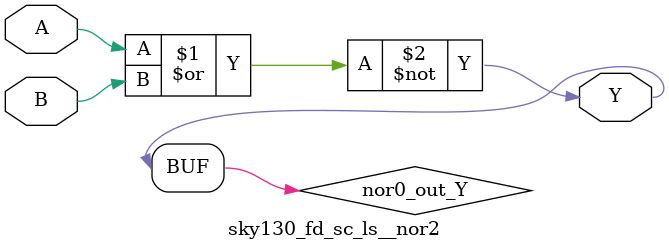
<source format=v>
/*
 * Copyright 2020 The SkyWater PDK Authors
 *
 * Licensed under the Apache License, Version 2.0 (the "License");
 * you may not use this file except in compliance with the License.
 * You may obtain a copy of the License at
 *
 *     https://www.apache.org/licenses/LICENSE-2.0
 *
 * Unless required by applicable law or agreed to in writing, software
 * distributed under the License is distributed on an "AS IS" BASIS,
 * WITHOUT WARRANTIES OR CONDITIONS OF ANY KIND, either express or implied.
 * See the License for the specific language governing permissions and
 * limitations under the License.
 *
 * SPDX-License-Identifier: Apache-2.0
*/


`ifndef SKY130_FD_SC_LS__NOR2_FUNCTIONAL_V
`define SKY130_FD_SC_LS__NOR2_FUNCTIONAL_V

/**
 * nor2: 2-input NOR.
 *
 * Verilog simulation functional model.
 */

`timescale 1ns / 1ps
`default_nettype none

`celldefine
module sky130_fd_sc_ls__nor2 (
    Y,
    A,
    B
);

    // Module ports
    output Y;
    input  A;
    input  B;

    // Local signals
    wire nor0_out_Y;

    //  Name  Output      Other arguments
    nor nor0 (nor0_out_Y, A, B           );
    buf buf0 (Y         , nor0_out_Y     );

endmodule
`endcelldefine

`default_nettype wire
`endif  // SKY130_FD_SC_LS__NOR2_FUNCTIONAL_V

</source>
